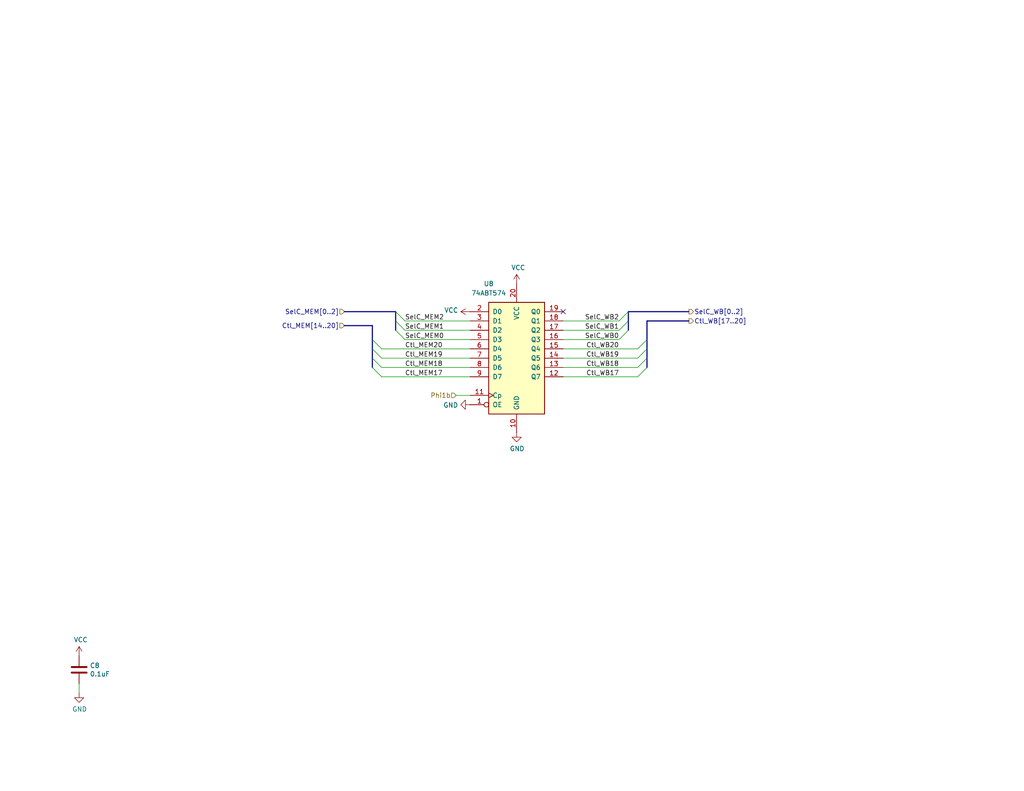
<source format=kicad_sch>
(kicad_sch (version 20250114) (generator "eeschema") (generator_version "9.0")
  (paper "USLetter")
  (title_block (title "MEM/WB: Control Word Register") (date "2025-07-22") (rev "A"))
  (lib_symbols
    (symbol "Device:C" (pin_numbers (hide yes)) (pin_names (offset 0.254))
      (property "Reference" "C" (at 0.635 2.54 0))
      (property "Value" "C" (at 0.635 -2.54 0))
      (symbol "C_0_1"
        (polyline (pts (xy -2.032 0.762) (xy 2.032 0.762)) (stroke (width 0.508)))
        (polyline (pts (xy -2.032 -0.762) (xy 2.032 -0.762)) (stroke (width 0.508)))
      )
      (symbol "C_1_1"
        (pin passive line (at 0 3.81 270) (length 2.794) (name "~") (number "1"))
        (pin passive line (at 0 -3.81 90) (length 2.794) (name "~") (number "2"))
      )
    )
    (symbol "Turtle16:74ABT574" (pin_names (offset 1.016))
      (property "Reference" "U" (at -7.62 16.51 0))
      (property "Value" "74ABT574" (at -7.62 -16.51 0))
      (symbol "74ABT574_1_0"
        (pin input line (at -12.7 12.7 0) (length 5.08) (name "D0") (number "2"))
        (pin input line (at -12.7 10.16 0) (length 5.08) (name "D1") (number "3"))
        (pin input line (at -12.7 7.62 0) (length 5.08) (name "D2") (number "4"))
        (pin input line (at -12.7 5.08 0) (length 5.08) (name "D3") (number "5"))
        (pin input line (at -12.7 2.54 0) (length 5.08) (name "D4") (number "6"))
        (pin input line (at -12.7 0 0) (length 5.08) (name "D5") (number "7"))
        (pin input line (at -12.7 -2.54 0) (length 5.08) (name "D6") (number "8"))
        (pin input line (at -12.7 -5.08 0) (length 5.08) (name "D7") (number "9"))
        (pin input clock (at -12.7 -10.16 0) (length 5.08) (name "Cp") (number "11"))
        (pin input inverted (at -12.7 -12.7 0) (length 5.08) (name "OE") (number "1"))
        (pin power_in line (at 0 20.32 270) (length 5.08) (name "VCC") (number "20"))
        (pin power_in line (at 0 -20.32 90) (length 5.08) (name "GND") (number "10"))
        (pin tri_state line (at 12.7 12.7 180) (length 5.08) (name "Q0") (number "19"))
        (pin tri_state line (at 12.7 10.16 180) (length 5.08) (name "Q1") (number "18"))
        (pin tri_state line (at 12.7 7.62 180) (length 5.08) (name "Q2") (number "17"))
        (pin tri_state line (at 12.7 5.08 180) (length 5.08) (name "Q3") (number "16"))
        (pin tri_state line (at 12.7 2.54 180) (length 5.08) (name "Q4") (number "15"))
        (pin tri_state line (at 12.7 0 180) (length 5.08) (name "Q5") (number "14"))
        (pin tri_state line (at 12.7 -2.54 180) (length 5.08) (name "Q6") (number "13"))
        (pin tri_state line (at 12.7 -5.08 180) (length 5.08) (name "Q7") (number "12"))
      )
      (symbol "74ABT574_1_1"
        (rectangle (start -7.62 15.24) (end 7.62 -15.24) (stroke (width 0.254)) (fill (type background)))
      )
    )
    (symbol "power:GND" (power) (pin_numbers (hide yes)) (pin_names (offset 0) (hide yes))
      (property "Value" "GND" (at 0 -3.81 0))
      (symbol "GND_0_1"
        (polyline (pts (xy 0 0) (xy 0 -1.27) (xy 1.27 -1.27) (xy 0 -2.54) (xy -1.27 -1.27) (xy 0 -1.27)))
      )
      (symbol "GND_1_1"
        (pin power_in line (at 0 0 270) (length 0) (name "~") (number "1"))
      )
    )
    (symbol "power:VCC" (power) (pin_numbers (hide yes)) (pin_names (offset 0) (hide yes))
      (property "Value" "VCC" (at 0 3.556 0))
      (symbol "VCC_0_1"
        (polyline (pts (xy -0.762 1.27) (xy 0 2.54)))
        (polyline (pts (xy 0 2.54) (xy 0.762 1.27)))
        (polyline (pts (xy 0 0) (xy 0 2.54)))
      )
      (symbol "VCC_1_1"
        (pin power_in line (at 0 0 90) (length 0) (name "~") (number "1"))
      )
    )
  )
  (no_connect (at 153.67 85.09))
  (bus_entry (at 176.53 95.25) (size -2.54 2.54))
  (bus_entry (at 176.53 100.33) (size -2.54 2.54))
  (bus_entry (at 101.6 100.33) (size 2.54 2.54))
  (bus_entry (at 171.45 90.17) (size -2.54 2.54))
  (bus_entry (at 101.6 97.79) (size 2.54 2.54))
  (bus_entry (at 176.53 92.71) (size -2.54 2.54))
  (bus_entry (at 107.95 87.63) (size 2.54 2.54))
  (bus_entry (at 107.95 85.09) (size 2.54 2.54))
  (bus_entry (at 171.45 87.63) (size -2.54 2.54))
  (bus_entry (at 107.95 90.17) (size 2.54 2.54))
  (bus_entry (at 171.45 85.09) (size -2.54 2.54))
  (bus_entry (at 176.53 97.79) (size -2.54 2.54))
  (bus_entry (at 101.6 95.25) (size 2.54 2.54))
  (bus_entry (at 101.6 92.71) (size 2.54 2.54))
  (wire (pts (xy 104.14 95.25) (xy 128.27 95.25)))
  (wire (pts (xy 173.99 97.79) (xy 153.67 97.79)))
  (wire (pts (xy 128.27 90.17) (xy 110.49 90.17)))
  (bus (pts (xy 187.96 85.09) (xy 171.45 85.09)))
  (wire (pts (xy 173.99 102.87) (xy 153.67 102.87)))
  (bus (pts (xy 107.95 85.09) (xy 107.95 87.63)))
  (bus (pts (xy 176.53 97.79) (xy 176.53 100.33)))
  (wire (pts (xy 21.59 189.23) (xy 21.59 186.69)))
  (wire (pts (xy 104.14 100.33) (xy 128.27 100.33)))
  (bus (pts (xy 107.95 87.63) (xy 107.95 90.17)))
  (bus (pts (xy 93.98 88.9) (xy 101.6 88.9)))
  (bus (pts (xy 101.6 92.71) (xy 101.6 95.25)))
  (bus (pts (xy 176.53 92.71) (xy 176.53 95.25)))
  (bus (pts (xy 176.53 87.63) (xy 176.53 92.71)))
  (bus (pts (xy 101.6 97.79) (xy 101.6 100.33)))
  (wire (pts (xy 173.99 100.33) (xy 153.67 100.33)))
  (bus (pts (xy 171.45 85.09) (xy 171.45 87.63)))
  (wire (pts (xy 173.99 95.25) (xy 153.67 95.25)))
  (bus (pts (xy 101.6 88.9) (xy 101.6 92.71)))
  (bus (pts (xy 187.96 87.63) (xy 176.53 87.63)))
  (bus (pts (xy 171.45 87.63) (xy 171.45 90.17)))
  (bus (pts (xy 93.98 85.09) (xy 107.95 85.09)))
  (wire (pts (xy 104.14 102.87) (xy 128.27 102.87)))
  (wire (pts (xy 104.14 97.79) (xy 128.27 97.79)))
  (bus (pts (xy 101.6 95.25) (xy 101.6 97.79)))
  (wire (pts (xy 124.46 107.95) (xy 128.27 107.95)))
  (bus (pts (xy 176.53 95.25) (xy 176.53 97.79)))
  (wire (pts (xy 168.91 87.63) (xy 153.67 87.63)))
  (wire (pts (xy 168.91 92.71) (xy 153.67 92.71)))
  (wire (pts (xy 128.27 87.63) (xy 110.49 87.63)))
  (wire (pts (xy 168.91 90.17) (xy 153.67 90.17)))
  (wire (pts (xy 128.27 92.71) (xy 110.49 92.71)))
  (label "Ctl_WB19" (at 168.91 97.79 180))
  (label "SelC_WB0" (at 168.91 92.71 180))
  (label "Ctl_MEM20" (at 110.49 95.25 0))
  (label "Ctl_WB18" (at 168.91 100.33 180))
  (label "SelC_MEM1" (at 110.49 90.17 0))
  (label "SelC_WB2" (at 168.91 87.63 180))
  (label "SelC_MEM2" (at 110.49 87.63 0))
  (label "SelC_MEM0" (at 110.49 92.71 0))
  (label "SelC_WB1" (at 168.91 90.17 180))
  (label "Ctl_MEM17" (at 110.49 102.87 0))
  (label "Ctl_MEM19" (at 110.49 97.79 0))
  (label "Ctl_WB20" (at 168.91 95.25 180))
  (label "Ctl_MEM18" (at 110.49 100.33 0))
  (label "Ctl_WB17" (at 168.91 102.87 180))
  (hierarchical_label "Ctl_WB[17..20]" (shape output) (at 187.96 87.63 0))
  (hierarchical_label "SelC_WB[0..2]" (shape output) (at 187.96 85.09 0))
  (hierarchical_label "SelC_MEM[0..2]" (shape input) (at 93.98 85.09 180))
  (hierarchical_label "Ctl_MEM[14..20]" (shape input) (at 93.98 88.9 180))
  (hierarchical_label "Phi1b" (shape input) (at 124.46 107.95 180))
  (symbol (lib_id "power:VCC") (at 128.27 85.09 90) (unit 1)
    (property "Reference" "#PWR042" (effects (hide yes)))
    (property "Value" "VCC" (at 125.0442 84.709 90) (effects (justify left)))
    (property "Description" "Power symbol creates a global label with name \"VCC\"" (effects (hide yes)))
  )
  (symbol (lib_id "power:GND") (at 128.27 110.49 270) (unit 1)
    (property "Reference" "#PWR043" (effects (hide yes)))
    (property "Value" "GND" (at 125.0188 110.617 90) (effects (justify right)))
    (property "Description" "Power symbol creates a global label with name \"GND\" , ground" (effects (hide yes)))
  )
  (symbol (lib_id "power:GND") (at 140.97 118.11 0) (unit 1)
    (property "Reference" "#PWR045" (effects (hide yes)))
    (property "Value" "GND" (at 141.097 122.5042 0))
    (property "Description" "Power symbol creates a global label with name \"GND\" , ground" (effects (hide yes)))
  )
  (symbol (lib_id "power:VCC") (at 140.97 77.47 0) (unit 1)
    (property "Reference" "#PWR044" (effects (hide yes)))
    (property "Value" "VCC" (at 141.4018 73.0758 0))
    (property "Description" "Power symbol creates a global label with name \"VCC\"" (effects (hide yes)))
  )
  (symbol (lib_id "Turtle16:74ABT574") (at 140.97 97.79 0) (unit 1)
    (property "Reference" "U8" (at 133.35 77.47 0))
    (property "Value" "74ABT574" (at 133.35 80.01 0))
    (property "Footprint" "Package_SO:TSSOP-20_4.4x6.5mm_P0.65mm" (effects (hide yes)))
    (property "Datasheet" "https://www.ti.com/general/docs/suppproductinfo.tsp?distId=26&gotoUrl=https://www.ti.com/lit/gpn/sn74abt574a" (effects (hide yes)))
    (property "Manufacturer" "Texas Instruments" (effects (hide yes)))
    (property "Manufacturer#" "SN74ABT574APW" (effects (hide yes)))
    (property "Mouser#" "595-SN74ABT574APW" (effects (hide yes)))
    (property "Digikey#" "296-33631-5-ND" (effects (hide yes)))
  )
  (symbol (lib_id "Device:C") (at 21.59 182.88 0) (unit 1)
    (property "Reference" "C8" (at 24.511 181.7116 0) (effects (justify left)))
    (property "Value" "0.1uF" (at 24.511 184.023 0) (effects (justify left)))
    (property "Footprint" "Capacitor_SMD:C_0603_1608Metric" (effects (hide yes)))
    (property "Datasheet" "https://www.mouser.com/datasheet/2/396/taiyo_yuden_12132018_mlcc11_hq_e-1510082.pdf" (effects (hide yes)))
    (property "Manufacturer" "Taiyo Yuden" (effects (hide yes)))
    (property "Manufacturer#" "EMK107B7104KAHT" (effects (hide yes)))
    (property "Mouser#" "963-EMK107B7104KAHT" (effects (hide yes)))
    (property "Digikey#" "587-6004-1-ND" (effects (hide yes)))
  )
  (symbol (lib_id "power:VCC") (at 21.59 179.07 0) (unit 1)
    (property "Reference" "#PWR040" (effects (hide yes)))
    (property "Value" "VCC" (at 22.0218 174.6758 0))
    (property "Description" "Power symbol creates a global label with name \"VCC\"" (effects (hide yes)))
  )
  (symbol (lib_id "power:GND") (at 21.59 189.23 0) (unit 1)
    (property "Reference" "#PWR041" (effects (hide yes)))
    (property "Value" "GND" (at 21.717 193.6242 0))
    (property "Description" "Power symbol creates a global label with name \"GND\" , ground" (effects (hide yes)))
  )
)
</source>
